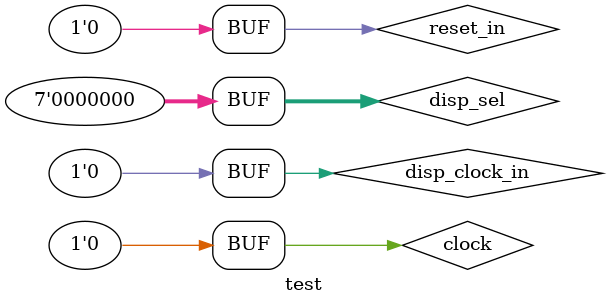
<source format=v>
`timescale 1ns / 1ps

module test;

	// Inputs
	reg clock;
	reg disp_clock_in;
	reg reset_in;
	reg [6:0] disp_sel;

	// Outputs
	wire [5:0] led;
	wire [3:0] disp_anode;
	wire [7:0] disp_seg;

	// Instantiate the Unit Under Test (UUT)
	top uut (
		.clock(clock), 
		.disp_clock_in(disp_clock_in), 
		.reset_in(reset_in), 
		.disp_sel(disp_sel), 
		.led(led), 
		.disp_anode(disp_anode), 
		.disp_seg(disp_seg)
	);

	initial begin
		// Initialize Inputs
		clock = 0;
		disp_clock_in = 0;
		reset_in = 0;
		disp_sel = 0;

		// Wait 100 ns for global reset to finish
		#100;
        
		// Add stimulus here

	end
      
endmodule


</source>
